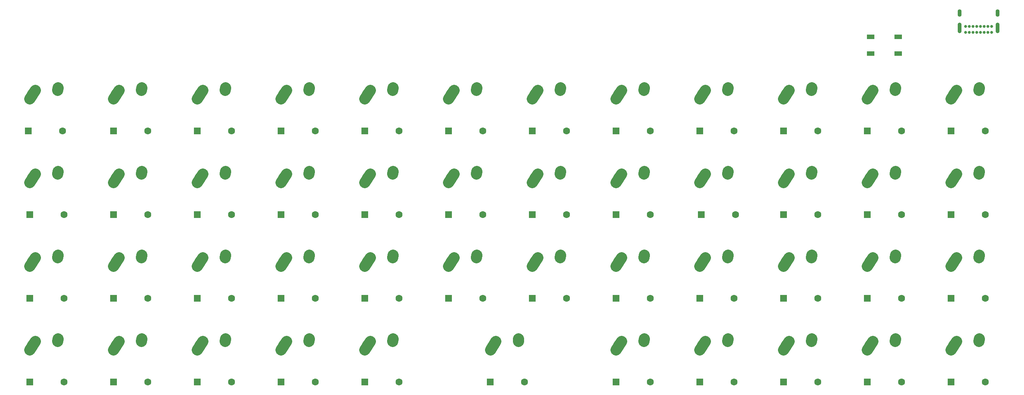
<source format=gbr>
G04 #@! TF.GenerationSoftware,KiCad,Pcbnew,(5.1.0)-1*
G04 #@! TF.CreationDate,2020-08-27T01:02:26-04:00*
G04 #@! TF.ProjectId,keyboard,6b657962-6f61-4726-942e-6b696361645f,rev?*
G04 #@! TF.SameCoordinates,Original*
G04 #@! TF.FileFunction,Copper,L1,Top*
G04 #@! TF.FilePolarity,Positive*
%FSLAX46Y46*%
G04 Gerber Fmt 4.6, Leading zero omitted, Abs format (unit mm)*
G04 Created by KiCad (PCBNEW (5.1.0)-1) date 2020-08-27 01:02:26*
%MOMM*%
%LPD*%
G04 APERTURE LIST*
%ADD10C,1.600000*%
%ADD11R,1.600000X1.600000*%
%ADD12O,0.900000X1.700000*%
%ADD13O,0.900000X2.400000*%
%ADD14C,0.650000*%
%ADD15C,2.500000*%
%ADD16C,2.500000*%
%ADD17R,1.700000X1.000000*%
G04 APERTURE END LIST*
D10*
X32156250Y-64293750D03*
D11*
X24356250Y-64293750D03*
X43725000Y-64293750D03*
D10*
X51525000Y-64293750D03*
X70575000Y-64293750D03*
D11*
X62775000Y-64293750D03*
X81825000Y-64293750D03*
D10*
X89625000Y-64293750D03*
D11*
X100875000Y-64293750D03*
D10*
X108675000Y-64293750D03*
X127725000Y-64293750D03*
D11*
X119925000Y-64293750D03*
X138975000Y-64293750D03*
D10*
X146775000Y-64293750D03*
X165825000Y-64293750D03*
D11*
X158025000Y-64293750D03*
X177075000Y-64293750D03*
D10*
X184875000Y-64293750D03*
D11*
X196125000Y-64293750D03*
D10*
X203925000Y-64293750D03*
X222975000Y-64293750D03*
D11*
X215175000Y-64293750D03*
D10*
X242025000Y-64293750D03*
D11*
X234225000Y-64293750D03*
D10*
X32475000Y-83343750D03*
D11*
X24675000Y-83343750D03*
X43725000Y-83343750D03*
D10*
X51525000Y-83343750D03*
D11*
X62775000Y-83343750D03*
D10*
X70575000Y-83343750D03*
D11*
X81825000Y-83343750D03*
D10*
X89625000Y-83343750D03*
X108675000Y-83343750D03*
D11*
X100875000Y-83343750D03*
X119925000Y-83343750D03*
D10*
X127725000Y-83343750D03*
X146775000Y-83343750D03*
D11*
X138975000Y-83343750D03*
D10*
X165825000Y-83343750D03*
D11*
X158025000Y-83343750D03*
D10*
X185193750Y-83343750D03*
D11*
X177393750Y-83343750D03*
X196125000Y-83343750D03*
D10*
X203925000Y-83343750D03*
X222975000Y-83343750D03*
D11*
X215175000Y-83343750D03*
D10*
X242025000Y-83343750D03*
D11*
X234225000Y-83343750D03*
X24675000Y-102393750D03*
D10*
X32475000Y-102393750D03*
X51525000Y-102393750D03*
D11*
X43725000Y-102393750D03*
X62775000Y-102393750D03*
D10*
X70575000Y-102393750D03*
D11*
X81825000Y-102393750D03*
D10*
X89625000Y-102393750D03*
D11*
X100875000Y-102393750D03*
D10*
X108675000Y-102393750D03*
D11*
X119925000Y-102393750D03*
D10*
X127725000Y-102393750D03*
D11*
X138975000Y-102393750D03*
D10*
X146775000Y-102393750D03*
D11*
X158025000Y-102393750D03*
D10*
X165825000Y-102393750D03*
X184875000Y-102393750D03*
D11*
X177075000Y-102393750D03*
X196125000Y-102393750D03*
D10*
X203925000Y-102393750D03*
X222975000Y-102393750D03*
D11*
X215175000Y-102393750D03*
D10*
X242025000Y-102393750D03*
D11*
X234225000Y-102393750D03*
D10*
X32475000Y-121443750D03*
D11*
X24675000Y-121443750D03*
X43725000Y-121443750D03*
D10*
X51525000Y-121443750D03*
D11*
X62775000Y-121443750D03*
D10*
X70575000Y-121443750D03*
D11*
X81825000Y-121443750D03*
D10*
X89625000Y-121443750D03*
X108675000Y-121443750D03*
D11*
X100875000Y-121443750D03*
X129450000Y-121443750D03*
D10*
X137250000Y-121443750D03*
X165825000Y-121443750D03*
D11*
X158025000Y-121443750D03*
D10*
X184875000Y-121443750D03*
D11*
X177075000Y-121443750D03*
D10*
X203925000Y-121443750D03*
D11*
X196125000Y-121443750D03*
D10*
X222975000Y-121443750D03*
D11*
X215175000Y-121443750D03*
X234225000Y-121443750D03*
D10*
X242025000Y-121443750D03*
D12*
X244831250Y-37458750D03*
X236181250Y-37458750D03*
D13*
X244831250Y-40838750D03*
X236181250Y-40838750D03*
D14*
X243486250Y-40493750D03*
X242636250Y-40493750D03*
X241786250Y-40493750D03*
X240936250Y-40493750D03*
X240086250Y-40493750D03*
X239236250Y-40493750D03*
X238386250Y-40493750D03*
X237531250Y-40493750D03*
X243481250Y-41818750D03*
X242631250Y-41818750D03*
X241781250Y-41818750D03*
X240931250Y-41818750D03*
X240081250Y-41818750D03*
X238381250Y-41818750D03*
X237531250Y-41818750D03*
X239231250Y-41818750D03*
D15*
X25320000Y-56011250D03*
D16*
X25924462Y-55062435D02*
X24715538Y-56960065D01*
D15*
X31095000Y-54741250D03*
D16*
X31114724Y-54451922D02*
X31075276Y-55030578D01*
D15*
X50145000Y-54741250D03*
D16*
X50164724Y-54451922D02*
X50125276Y-55030578D01*
D15*
X44370000Y-56011250D03*
D16*
X44974462Y-55062435D02*
X43765538Y-56960065D01*
D15*
X63420000Y-56011250D03*
D16*
X64024462Y-55062435D02*
X62815538Y-56960065D01*
D15*
X69195000Y-54741250D03*
D16*
X69214724Y-54451922D02*
X69175276Y-55030578D01*
D15*
X88245000Y-54741250D03*
D16*
X88264724Y-54451922D02*
X88225276Y-55030578D01*
D15*
X82470000Y-56011250D03*
D16*
X83074462Y-55062435D02*
X81865538Y-56960065D01*
D15*
X101520000Y-56011250D03*
D16*
X102124462Y-55062435D02*
X100915538Y-56960065D01*
D15*
X107295000Y-54741250D03*
D16*
X107314724Y-54451922D02*
X107275276Y-55030578D01*
D15*
X126345000Y-54741250D03*
D16*
X126364724Y-54451922D02*
X126325276Y-55030578D01*
D15*
X120570000Y-56011250D03*
D16*
X121174462Y-55062435D02*
X119965538Y-56960065D01*
D15*
X139620000Y-56011250D03*
D16*
X140224462Y-55062435D02*
X139015538Y-56960065D01*
D15*
X145395000Y-54741250D03*
D16*
X145414724Y-54451922D02*
X145375276Y-55030578D01*
D15*
X164445000Y-54741250D03*
D16*
X164464724Y-54451922D02*
X164425276Y-55030578D01*
D15*
X158670000Y-56011250D03*
D16*
X159274462Y-55062435D02*
X158065538Y-56960065D01*
D15*
X177720000Y-56011250D03*
D16*
X178324462Y-55062435D02*
X177115538Y-56960065D01*
D15*
X183495000Y-54741250D03*
D16*
X183514724Y-54451922D02*
X183475276Y-55030578D01*
D15*
X202545000Y-54741250D03*
D16*
X202564724Y-54451922D02*
X202525276Y-55030578D01*
D15*
X196770000Y-56011250D03*
D16*
X197374462Y-55062435D02*
X196165538Y-56960065D01*
D15*
X215820000Y-56011250D03*
D16*
X216424462Y-55062435D02*
X215215538Y-56960065D01*
D15*
X221595000Y-54741250D03*
D16*
X221614724Y-54451922D02*
X221575276Y-55030578D01*
D15*
X240645000Y-54741250D03*
D16*
X240664724Y-54451922D02*
X240625276Y-55030578D01*
D15*
X234870000Y-56011250D03*
D16*
X235474462Y-55062435D02*
X234265538Y-56960065D01*
D15*
X31095000Y-73791250D03*
D16*
X31114724Y-73501922D02*
X31075276Y-74080578D01*
D15*
X25320000Y-75061250D03*
D16*
X25924462Y-74112435D02*
X24715538Y-76010065D01*
D15*
X63420000Y-75061250D03*
D16*
X64024462Y-74112435D02*
X62815538Y-76010065D01*
D15*
X69195000Y-73791250D03*
D16*
X69214724Y-73501922D02*
X69175276Y-74080578D01*
D15*
X88245000Y-73791250D03*
D16*
X88264724Y-73501922D02*
X88225276Y-74080578D01*
D15*
X82470000Y-75061250D03*
D16*
X83074462Y-74112435D02*
X81865538Y-76010065D01*
D15*
X101520000Y-75061250D03*
D16*
X102124462Y-74112435D02*
X100915538Y-76010065D01*
D15*
X107295000Y-73791250D03*
D16*
X107314724Y-73501922D02*
X107275276Y-74080578D01*
D15*
X126345000Y-73791250D03*
D16*
X126364724Y-73501922D02*
X126325276Y-74080578D01*
D15*
X120570000Y-75061250D03*
D16*
X121174462Y-74112435D02*
X119965538Y-76010065D01*
D15*
X139620000Y-75061250D03*
D16*
X140224462Y-74112435D02*
X139015538Y-76010065D01*
D15*
X145395000Y-73791250D03*
D16*
X145414724Y-73501922D02*
X145375276Y-74080578D01*
D15*
X164445000Y-73791250D03*
D16*
X164464724Y-73501922D02*
X164425276Y-74080578D01*
D15*
X158670000Y-75061250D03*
D16*
X159274462Y-74112435D02*
X158065538Y-76010065D01*
D15*
X177720000Y-75061250D03*
D16*
X178324462Y-74112435D02*
X177115538Y-76010065D01*
D15*
X183495000Y-73791250D03*
D16*
X183514724Y-73501922D02*
X183475276Y-74080578D01*
D15*
X202545000Y-73791250D03*
D16*
X202564724Y-73501922D02*
X202525276Y-74080578D01*
D15*
X196770000Y-75061250D03*
D16*
X197374462Y-74112435D02*
X196165538Y-76010065D01*
D15*
X215820000Y-75061250D03*
D16*
X216424462Y-74112435D02*
X215215538Y-76010065D01*
D15*
X221595000Y-73791250D03*
D16*
X221614724Y-73501922D02*
X221575276Y-74080578D01*
D15*
X234870000Y-75061250D03*
D16*
X235474462Y-74112435D02*
X234265538Y-76010065D01*
D15*
X240645000Y-73791250D03*
D16*
X240664724Y-73501922D02*
X240625276Y-74080578D01*
D15*
X31095000Y-92841250D03*
D16*
X31114724Y-92551922D02*
X31075276Y-93130578D01*
D15*
X25320000Y-94111250D03*
D16*
X25924462Y-93162435D02*
X24715538Y-95060065D01*
D15*
X50145000Y-92841250D03*
D16*
X50164724Y-92551922D02*
X50125276Y-93130578D01*
D15*
X44370000Y-94111250D03*
D16*
X44974462Y-93162435D02*
X43765538Y-95060065D01*
D15*
X63420000Y-94111250D03*
D16*
X64024462Y-93162435D02*
X62815538Y-95060065D01*
D15*
X69195000Y-92841250D03*
D16*
X69214724Y-92551922D02*
X69175276Y-93130578D01*
D15*
X88245000Y-92841250D03*
D16*
X88264724Y-92551922D02*
X88225276Y-93130578D01*
D15*
X82470000Y-94111250D03*
D16*
X83074462Y-93162435D02*
X81865538Y-95060065D01*
D15*
X101520000Y-94111250D03*
D16*
X102124462Y-93162435D02*
X100915538Y-95060065D01*
D15*
X107295000Y-92841250D03*
D16*
X107314724Y-92551922D02*
X107275276Y-93130578D01*
D15*
X120570000Y-94111250D03*
D16*
X121174462Y-93162435D02*
X119965538Y-95060065D01*
D15*
X126345000Y-92841250D03*
D16*
X126364724Y-92551922D02*
X126325276Y-93130578D01*
D15*
X139620000Y-94111250D03*
D16*
X140224462Y-93162435D02*
X139015538Y-95060065D01*
D15*
X145395000Y-92841250D03*
D16*
X145414724Y-92551922D02*
X145375276Y-93130578D01*
D15*
X158670000Y-94111250D03*
D16*
X159274462Y-93162435D02*
X158065538Y-95060065D01*
D15*
X164445000Y-92841250D03*
D16*
X164464724Y-92551922D02*
X164425276Y-93130578D01*
D15*
X183495000Y-92841250D03*
D16*
X183514724Y-92551922D02*
X183475276Y-93130578D01*
D15*
X177720000Y-94111250D03*
D16*
X178324462Y-93162435D02*
X177115538Y-95060065D01*
D15*
X202545000Y-92841250D03*
D16*
X202564724Y-92551922D02*
X202525276Y-93130578D01*
D15*
X196770000Y-94111250D03*
D16*
X197374462Y-93162435D02*
X196165538Y-95060065D01*
D15*
X215820000Y-94111250D03*
D16*
X216424462Y-93162435D02*
X215215538Y-95060065D01*
D15*
X221595000Y-92841250D03*
D16*
X221614724Y-92551922D02*
X221575276Y-93130578D01*
D15*
X240645000Y-92841250D03*
D16*
X240664724Y-92551922D02*
X240625276Y-93130578D01*
D15*
X234870000Y-94111250D03*
D16*
X235474462Y-93162435D02*
X234265538Y-95060065D01*
D15*
X25320000Y-113161250D03*
D16*
X25924462Y-112212435D02*
X24715538Y-114110065D01*
D15*
X31095000Y-111891250D03*
D16*
X31114724Y-111601922D02*
X31075276Y-112180578D01*
D15*
X50145000Y-111891250D03*
D16*
X50164724Y-111601922D02*
X50125276Y-112180578D01*
D15*
X44370000Y-113161250D03*
D16*
X44974462Y-112212435D02*
X43765538Y-114110065D01*
D15*
X63420000Y-113161250D03*
D16*
X64024462Y-112212435D02*
X62815538Y-114110065D01*
D15*
X69195000Y-111891250D03*
D16*
X69214724Y-111601922D02*
X69175276Y-112180578D01*
D15*
X88245000Y-111891250D03*
D16*
X88264724Y-111601922D02*
X88225276Y-112180578D01*
D15*
X82470000Y-113161250D03*
D16*
X83074462Y-112212435D02*
X81865538Y-114110065D01*
D15*
X107295000Y-111891250D03*
D16*
X107314724Y-111601922D02*
X107275276Y-112180578D01*
D15*
X101520000Y-113161250D03*
D16*
X102124462Y-112212435D02*
X100915538Y-114110065D01*
D15*
X135870000Y-111891250D03*
D16*
X135889724Y-111601922D02*
X135850276Y-112180578D01*
D15*
X130095000Y-113161250D03*
D16*
X130699462Y-112212435D02*
X129490538Y-114110065D01*
D15*
X158670000Y-113161250D03*
D16*
X159274462Y-112212435D02*
X158065538Y-114110065D01*
D15*
X164445000Y-111891250D03*
D16*
X164464724Y-111601922D02*
X164425276Y-112180578D01*
D15*
X183495000Y-111891250D03*
D16*
X183514724Y-111601922D02*
X183475276Y-112180578D01*
D15*
X177720000Y-113161250D03*
D16*
X178324462Y-112212435D02*
X177115538Y-114110065D01*
D15*
X202545000Y-111891250D03*
D16*
X202564724Y-111601922D02*
X202525276Y-112180578D01*
D15*
X196770000Y-113161250D03*
D16*
X197374462Y-112212435D02*
X196165538Y-114110065D01*
D15*
X215820000Y-113161250D03*
D16*
X216424462Y-112212435D02*
X215215538Y-114110065D01*
D15*
X221595000Y-111891250D03*
D16*
X221614724Y-111601922D02*
X221575276Y-112180578D01*
D15*
X234870000Y-113161250D03*
D16*
X235474462Y-112212435D02*
X234265538Y-114110065D01*
D15*
X240645000Y-111891250D03*
D16*
X240664724Y-111601922D02*
X240625276Y-112180578D01*
D17*
X215925000Y-42862500D03*
X222225000Y-42862500D03*
X215925000Y-46662500D03*
X222225000Y-46662500D03*
D15*
X44370000Y-75061250D03*
D16*
X44974462Y-74112435D02*
X43765538Y-76010065D01*
D15*
X50145000Y-73791250D03*
D16*
X50164724Y-73501922D02*
X50125276Y-74080578D01*
M02*

</source>
